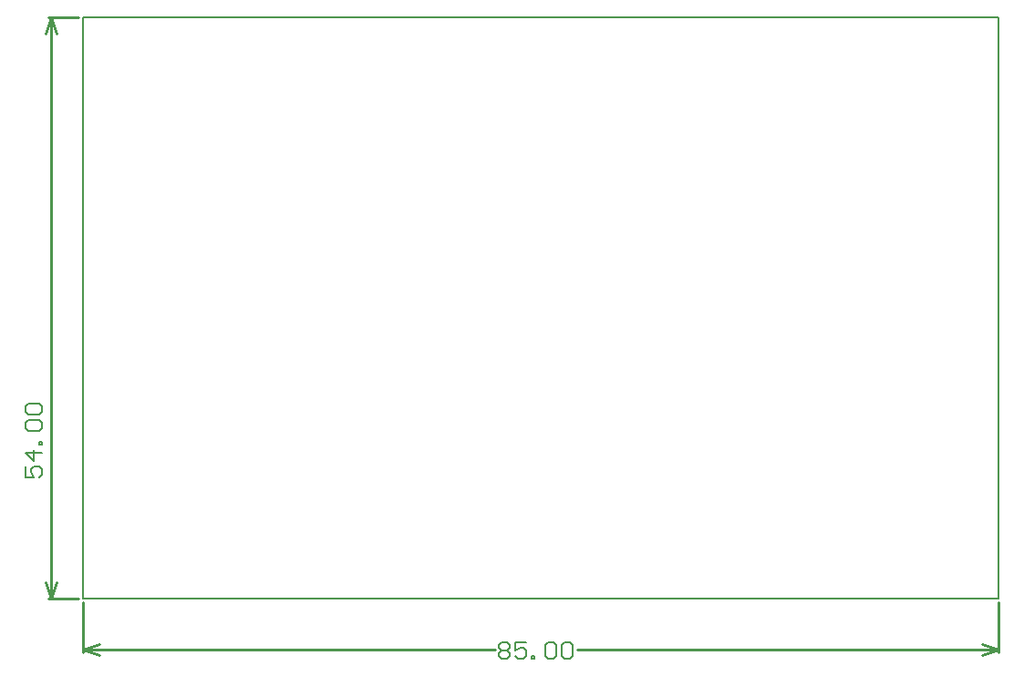
<source format=gm1>
G04*
G04 #@! TF.GenerationSoftware,Altium Limited,Altium Designer,18.0.12 (696)*
G04*
G04 Layer_Color=16711935*
%FSLAX25Y25*%
%MOIN*%
G70*
G01*
G75*
%ADD13C,0.01000*%
%ADD14C,0.00787*%
%ADD122C,0.00600*%
D13*
X-13500Y6000D02*
X-11500Y0D01*
X-9500Y6000D01*
X-11500Y212598D02*
X-9500Y206598D01*
X-13500D02*
X-11500Y212598D01*
Y0D02*
Y106299D01*
Y212598D01*
X-12500Y0D02*
X-1394D01*
X-12500Y212598D02*
X-1394D01*
X0Y-18500D02*
X6000Y-16500D01*
X0Y-18500D02*
X6000Y-20500D01*
X328646D02*
X334646Y-18500D01*
X328646Y-16500D02*
X334646Y-18500D01*
X0D02*
X150627D01*
X180818D02*
X334646D01*
X0Y-19500D02*
Y-1394D01*
X334646Y-19500D02*
Y-1394D01*
D14*
X0Y0D02*
X334646D01*
Y212598D01*
X0D02*
X334646D01*
X0Y0D02*
Y212598D01*
D122*
X-20998Y48499D02*
Y44500D01*
X-17999D01*
X-18999Y46499D01*
Y47499D01*
X-17999Y48499D01*
X-16000D01*
X-15000Y47499D01*
Y45500D01*
X-16000Y44500D01*
X-15000Y53497D02*
X-20998D01*
X-17999Y50498D01*
Y54497D01*
X-15000Y56496D02*
X-16000D01*
Y57496D01*
X-15000D01*
Y56496D01*
X-19998Y61494D02*
X-20998Y62494D01*
Y64494D01*
X-19998Y65493D01*
X-16000D01*
X-15000Y64494D01*
Y62494D01*
X-16000Y61494D01*
X-19998D01*
Y67493D02*
X-20998Y68492D01*
Y70492D01*
X-19998Y71491D01*
X-16000D01*
X-15000Y70492D01*
Y68492D01*
X-16000Y67493D01*
X-19998D01*
X152227Y-17101D02*
X153227Y-16101D01*
X155226D01*
X156226Y-17101D01*
Y-18100D01*
X155226Y-19100D01*
X156226Y-20100D01*
Y-21099D01*
X155226Y-22099D01*
X153227D01*
X152227Y-21099D01*
Y-20100D01*
X153227Y-19100D01*
X152227Y-18100D01*
Y-17101D01*
X153227Y-19100D02*
X155226D01*
X162224Y-16101D02*
X158225D01*
Y-19100D01*
X160225Y-18100D01*
X161224D01*
X162224Y-19100D01*
Y-21099D01*
X161224Y-22099D01*
X159225D01*
X158225Y-21099D01*
X164223Y-22099D02*
Y-21099D01*
X165223D01*
Y-22099D01*
X164223D01*
X169222Y-17101D02*
X170221Y-16101D01*
X172221D01*
X173220Y-17101D01*
Y-21099D01*
X172221Y-22099D01*
X170221D01*
X169222Y-21099D01*
Y-17101D01*
X175220D02*
X176219Y-16101D01*
X178219D01*
X179218Y-17101D01*
Y-21099D01*
X178219Y-22099D01*
X176219D01*
X175220Y-21099D01*
Y-17101D01*
M02*

</source>
